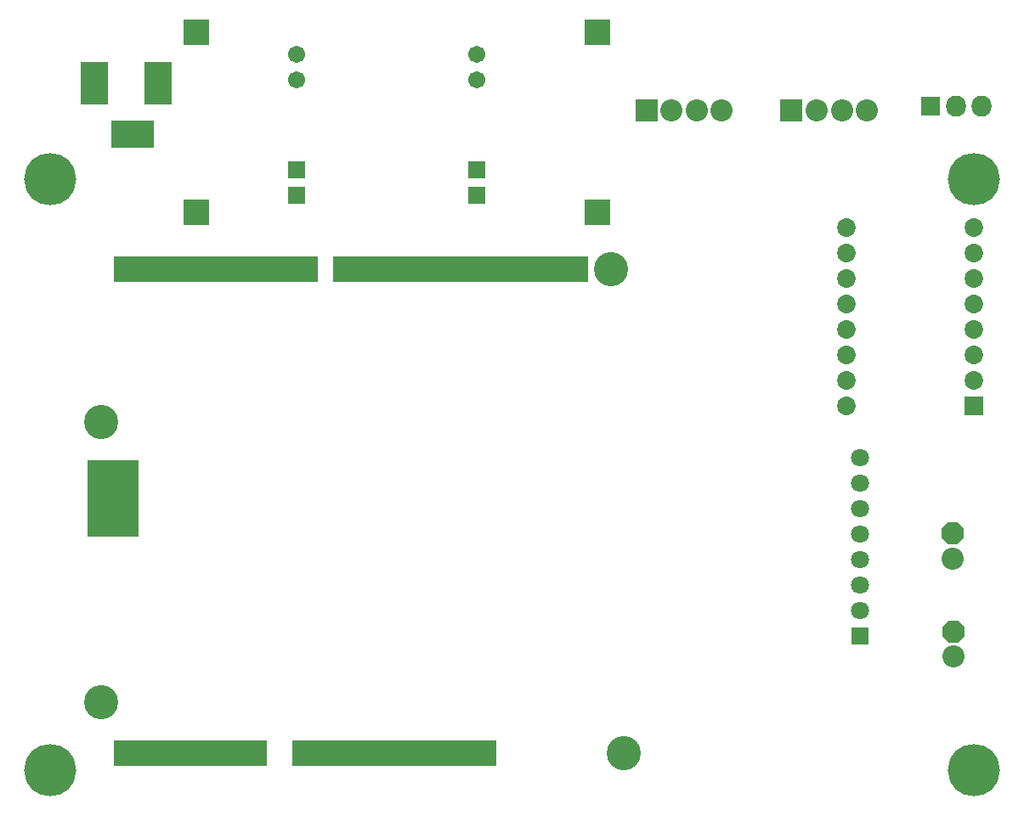
<source format=gbs>
G04*
G04 #@! TF.GenerationSoftware,Altium Limited,Altium Designer,22.10.1 (41)*
G04*
G04 Layer_Color=16711935*
%FSLAX24Y24*%
%MOIN*%
G70*
G04*
G04 #@! TF.SameCoordinates,5266F301-D4F6-43A7-B3E8-B4584DB96D65*
G04*
G04*
G04 #@! TF.FilePolarity,Negative*
G04*
G01*
G75*
%ADD18C,0.2049*%
%ADD19C,0.0277*%
%ADD20R,0.0986X0.0986*%
%ADD21C,0.1340*%
%ADD22O,0.0780X0.0830*%
%ADD23R,0.0780X0.0780*%
%ADD24R,0.1024X0.1024*%
%ADD25R,0.0867X0.0867*%
%ADD26C,0.0867*%
%ADD27R,0.1080X0.1680*%
%ADD28R,0.1680X0.1080*%
%ADD29C,0.0671*%
%ADD30R,0.0671X0.0671*%
%ADD31R,0.0710X0.0710*%
%ADD32C,0.0710*%
%ADD33C,0.0730*%
%ADD34R,0.0730X0.0730*%
%ADD35P,0.0939X8X22.5*%
D18*
X13875Y37153D02*
D03*
Y13925D02*
D03*
X50095D02*
D03*
Y37153D02*
D03*
D19*
X13146Y13689D02*
D03*
X13527Y13243D02*
D03*
X14111Y13196D02*
D03*
X14557Y13577D02*
D03*
X14603Y14161D02*
D03*
X14223Y14607D02*
D03*
X13639Y14653D02*
D03*
X13193Y14273D02*
D03*
X49413D02*
D03*
X49859Y14653D02*
D03*
X50443Y14607D02*
D03*
X50824Y14161D02*
D03*
X50777Y13577D02*
D03*
X50332Y13196D02*
D03*
X49747Y13243D02*
D03*
X49367Y13689D02*
D03*
X49413Y37550D02*
D03*
X49859Y37931D02*
D03*
X50443Y37884D02*
D03*
X50824Y37439D02*
D03*
X50777Y36854D02*
D03*
X50332Y36474D02*
D03*
X49747Y36520D02*
D03*
X49367Y36966D02*
D03*
X13193Y37501D02*
D03*
X13639Y37882D02*
D03*
X14223Y37835D02*
D03*
X14603Y37389D02*
D03*
X14557Y36805D02*
D03*
X14111Y36425D02*
D03*
X13527Y36471D02*
D03*
X13146Y36917D02*
D03*
D20*
X15815Y23614D02*
D03*
X16815D02*
D03*
X15815Y24614D02*
D03*
X16815D02*
D03*
X15815Y25614D02*
D03*
X16815D02*
D03*
X23865Y33614D02*
D03*
X22865D02*
D03*
X21865D02*
D03*
X20865D02*
D03*
X19865D02*
D03*
X18865D02*
D03*
X17865D02*
D03*
X16865D02*
D03*
X34465D02*
D03*
X33465D02*
D03*
X32465D02*
D03*
X31465D02*
D03*
X30465D02*
D03*
X29465D02*
D03*
X28465D02*
D03*
X27465D02*
D03*
X26465D02*
D03*
X25465D02*
D03*
X16865Y14614D02*
D03*
X17865D02*
D03*
X18865D02*
D03*
X19865D02*
D03*
X20865D02*
D03*
X21865D02*
D03*
X23865D02*
D03*
X24865D02*
D03*
X25865D02*
D03*
X26865D02*
D03*
X27865D02*
D03*
X28865D02*
D03*
X29865D02*
D03*
X30865D02*
D03*
D21*
X15865Y27614D02*
D03*
Y16614D02*
D03*
X35865Y33614D02*
D03*
X36365Y14614D02*
D03*
D22*
X49391Y40007D02*
D03*
X50391D02*
D03*
D23*
X48391D02*
D03*
D24*
X19583Y35824D02*
D03*
X35331D02*
D03*
X19583Y42911D02*
D03*
X35331D02*
D03*
D25*
X42943Y39837D02*
D03*
X37251D02*
D03*
D26*
X43928D02*
D03*
X44912D02*
D03*
X45896D02*
D03*
X40204D02*
D03*
X39219D02*
D03*
X38235D02*
D03*
X49259Y22242D02*
D03*
X49308Y18403D02*
D03*
D27*
X18097Y40893D02*
D03*
X15597D02*
D03*
D28*
X17097Y38893D02*
D03*
D29*
X30607Y42025D02*
D03*
Y41041D02*
D03*
X23520Y42025D02*
D03*
Y41041D02*
D03*
D30*
X30607Y37498D02*
D03*
Y36513D02*
D03*
X23520Y37498D02*
D03*
Y36513D02*
D03*
D31*
X45617Y19208D02*
D03*
D32*
Y20208D02*
D03*
Y21208D02*
D03*
Y22208D02*
D03*
Y23208D02*
D03*
Y24208D02*
D03*
Y25208D02*
D03*
Y26208D02*
D03*
D33*
X50085Y31240D02*
D03*
X45085D02*
D03*
X50085Y32240D02*
D03*
Y33240D02*
D03*
Y34240D02*
D03*
Y35240D02*
D03*
Y30240D02*
D03*
Y29240D02*
D03*
X45085Y30240D02*
D03*
Y29240D02*
D03*
Y28240D02*
D03*
Y32240D02*
D03*
Y33240D02*
D03*
Y34240D02*
D03*
Y35240D02*
D03*
D34*
X50085Y28240D02*
D03*
D35*
X49259Y23226D02*
D03*
X49308Y19387D02*
D03*
M02*

</source>
